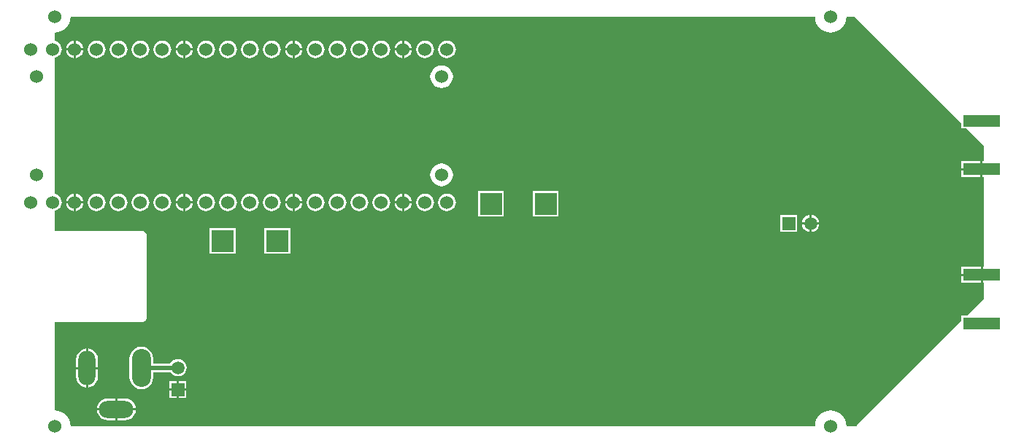
<source format=gbl>
%FSLAX25Y25*%
%MOIN*%
G70*
G01*
G75*
G04 Layer_Physical_Order=2*
G04 Layer_Color=16711680*
%ADD10R,0.16535X0.05315*%
%ADD11R,0.14173X0.05000*%
G04:AMPARAMS|DCode=12|XSize=14.96mil|YSize=55.12mil|CornerRadius=3.74mil|HoleSize=0mil|Usage=FLASHONLY|Rotation=270.000|XOffset=0mil|YOffset=0mil|HoleType=Round|Shape=RoundedRectangle|*
%AMROUNDEDRECTD12*
21,1,0.01496,0.04764,0,0,270.0*
21,1,0.00748,0.05512,0,0,270.0*
1,1,0.00748,-0.02382,-0.00374*
1,1,0.00748,-0.02382,0.00374*
1,1,0.00748,0.02382,0.00374*
1,1,0.00748,0.02382,-0.00374*
%
%ADD12ROUNDEDRECTD12*%
%ADD13R,0.04331X0.06693*%
%ADD14R,0.39370X0.27559*%
%ADD15R,0.03543X0.02756*%
%ADD16R,0.11811X0.04567*%
%ADD17R,0.11811X0.07874*%
%ADD18R,0.20000X0.15000*%
%ADD19C,0.01000*%
%ADD20C,0.01969*%
%ADD21C,0.05906*%
%ADD22R,0.05906X0.05906*%
%ADD23R,0.09843X0.09843*%
%ADD24R,0.05906X0.05906*%
%ADD25C,0.06000*%
%ADD26O,0.07874X0.15748*%
%ADD27O,0.15748X0.07874*%
%ADD28O,0.08661X0.17323*%
G36*
X428799Y153201D02*
Y150847D01*
X431153D01*
X439000Y143000D01*
Y135917D01*
X438567D01*
Y132260D01*
Y128602D01*
X439000D01*
Y87614D01*
X438689D01*
Y83957D01*
Y80299D01*
X439000D01*
Y73000D01*
X431370Y65370D01*
X428921D01*
Y62921D01*
X381000Y15000D01*
X380839Y14839D01*
X376306D01*
X376169Y16231D01*
X375763Y17570D01*
X375103Y18803D01*
X374216Y19885D01*
X373134Y20773D01*
X371900Y21432D01*
X370562Y21838D01*
X369169Y21975D01*
X367777Y21838D01*
X366438Y21432D01*
X365204Y20773D01*
X364123Y19885D01*
X363235Y18803D01*
X362576Y17570D01*
X362170Y16231D01*
X362033Y14839D01*
X21975D01*
X21838Y16231D01*
X21432Y17570D01*
X20773Y18803D01*
X19885Y19885D01*
X18803Y20773D01*
X17570Y21432D01*
X16231Y21838D01*
X14839Y21975D01*
Y62509D01*
X55137D01*
X55722Y62626D01*
X56218Y62957D01*
X56550Y63453D01*
X56666Y64039D01*
Y102424D01*
X56550Y103010D01*
X56218Y103506D01*
X55722Y103837D01*
X55137Y103954D01*
X14839D01*
Y113210D01*
X14981Y113229D01*
X15954Y113632D01*
X16790Y114273D01*
X17431Y115109D01*
X17834Y116082D01*
X17971Y117126D01*
X17834Y118170D01*
X17431Y119143D01*
X16790Y119979D01*
X15954Y120620D01*
X14981Y121023D01*
X14839Y121042D01*
Y183210D01*
X14981Y183229D01*
X15954Y183632D01*
X16790Y184273D01*
X17431Y185109D01*
X17834Y186082D01*
X17971Y187126D01*
X17834Y188170D01*
X17431Y189143D01*
X16790Y189979D01*
X15954Y190620D01*
X14981Y191023D01*
X14839Y191042D01*
Y194710D01*
X16231Y194847D01*
X17570Y195253D01*
X18803Y195913D01*
X19885Y196800D01*
X20773Y197881D01*
X21432Y199115D01*
X21838Y200454D01*
X21975Y201847D01*
X362033D01*
X362170Y200454D01*
X362576Y199115D01*
X363235Y197881D01*
X364123Y196800D01*
X365204Y195913D01*
X366438Y195253D01*
X367777Y194847D01*
X369169Y194710D01*
X370562Y194847D01*
X371900Y195253D01*
X373134Y195913D01*
X374216Y196800D01*
X375103Y197881D01*
X375763Y199115D01*
X376169Y200454D01*
X376306Y201847D01*
X380153D01*
X428799Y153201D01*
D02*
G37*
%LPC*%
G36*
X93937Y121160D02*
X92893Y121023D01*
X91920Y120620D01*
X91084Y119979D01*
X90443Y119143D01*
X90040Y118170D01*
X89903Y117126D01*
X90040Y116082D01*
X90443Y115109D01*
X91084Y114273D01*
X91920Y113632D01*
X92893Y113229D01*
X93937Y113092D01*
X94981Y113229D01*
X95954Y113632D01*
X96790Y114273D01*
X97431Y115109D01*
X97834Y116082D01*
X97971Y117126D01*
X97834Y118170D01*
X97431Y119143D01*
X96790Y119979D01*
X95954Y120620D01*
X94981Y121023D01*
X93937Y121160D01*
D02*
G37*
G36*
X83937D02*
X82893Y121023D01*
X81920Y120620D01*
X81084Y119979D01*
X80443Y119143D01*
X80040Y118170D01*
X79902Y117126D01*
X80040Y116082D01*
X80443Y115109D01*
X81084Y114273D01*
X81920Y113632D01*
X82893Y113229D01*
X83937Y113092D01*
X84981Y113229D01*
X85954Y113632D01*
X86790Y114273D01*
X87431Y115109D01*
X87834Y116082D01*
X87972Y117126D01*
X87834Y118170D01*
X87431Y119143D01*
X86790Y119979D01*
X85954Y120620D01*
X84981Y121023D01*
X83937Y121160D01*
D02*
G37*
G36*
X103937D02*
X102893Y121023D01*
X101920Y120620D01*
X101084Y119979D01*
X100443Y119143D01*
X100040Y118170D01*
X99902Y117126D01*
X100040Y116082D01*
X100443Y115109D01*
X101084Y114273D01*
X101920Y113632D01*
X102893Y113229D01*
X103937Y113092D01*
X104981Y113229D01*
X105954Y113632D01*
X106790Y114273D01*
X107431Y115109D01*
X107834Y116082D01*
X107972Y117126D01*
X107834Y118170D01*
X107431Y119143D01*
X106790Y119979D01*
X105954Y120620D01*
X104981Y121023D01*
X103937Y121160D01*
D02*
G37*
G36*
X133937D02*
X132893Y121023D01*
X131920Y120620D01*
X131084Y119979D01*
X130443Y119143D01*
X130040Y118170D01*
X129903Y117126D01*
X130040Y116082D01*
X130443Y115109D01*
X131084Y114273D01*
X131920Y113632D01*
X132893Y113229D01*
X133937Y113092D01*
X134981Y113229D01*
X135954Y113632D01*
X136790Y114273D01*
X137431Y115109D01*
X137834Y116082D01*
X137971Y117126D01*
X137834Y118170D01*
X137431Y119143D01*
X136790Y119979D01*
X135954Y120620D01*
X134981Y121023D01*
X133937Y121160D01*
D02*
G37*
G36*
X113937D02*
X112893Y121023D01*
X111920Y120620D01*
X111084Y119979D01*
X110443Y119143D01*
X110040Y118170D01*
X109903Y117126D01*
X110040Y116082D01*
X110443Y115109D01*
X111084Y114273D01*
X111920Y113632D01*
X112893Y113229D01*
X113937Y113092D01*
X114981Y113229D01*
X115954Y113632D01*
X116790Y114273D01*
X117431Y115109D01*
X117834Y116082D01*
X117972Y117126D01*
X117834Y118170D01*
X117431Y119143D01*
X116790Y119979D01*
X115954Y120620D01*
X114981Y121023D01*
X113937Y121160D01*
D02*
G37*
G36*
X63937D02*
X62893Y121023D01*
X61920Y120620D01*
X61084Y119979D01*
X60443Y119143D01*
X60040Y118170D01*
X59903Y117126D01*
X60040Y116082D01*
X60443Y115109D01*
X61084Y114273D01*
X61920Y113632D01*
X62893Y113229D01*
X63937Y113092D01*
X64981Y113229D01*
X65954Y113632D01*
X66790Y114273D01*
X67431Y115109D01*
X67834Y116082D01*
X67971Y117126D01*
X67834Y118170D01*
X67431Y119143D01*
X66790Y119979D01*
X65954Y120620D01*
X64981Y121023D01*
X63937Y121160D01*
D02*
G37*
G36*
X244921Y122421D02*
X233079D01*
Y110579D01*
X244921D01*
Y122421D01*
D02*
G37*
G36*
X219921D02*
X208079D01*
Y110579D01*
X219921D01*
Y122421D01*
D02*
G37*
G36*
X33937Y121160D02*
X32893Y121023D01*
X31920Y120620D01*
X31084Y119979D01*
X30443Y119143D01*
X30040Y118170D01*
X29902Y117126D01*
X30040Y116082D01*
X30443Y115109D01*
X31084Y114273D01*
X31920Y113632D01*
X32893Y113229D01*
X33937Y113092D01*
X34981Y113229D01*
X35954Y113632D01*
X36790Y114273D01*
X37431Y115109D01*
X37834Y116082D01*
X37971Y117126D01*
X37834Y118170D01*
X37431Y119143D01*
X36790Y119979D01*
X35954Y120620D01*
X34981Y121023D01*
X33937Y121160D01*
D02*
G37*
G36*
X53937D02*
X52893Y121023D01*
X51920Y120620D01*
X51084Y119979D01*
X50443Y119143D01*
X50040Y118170D01*
X49902Y117126D01*
X50040Y116082D01*
X50443Y115109D01*
X51084Y114273D01*
X51920Y113632D01*
X52893Y113229D01*
X53937Y113092D01*
X54981Y113229D01*
X55954Y113632D01*
X56790Y114273D01*
X57431Y115109D01*
X57834Y116082D01*
X57972Y117126D01*
X57834Y118170D01*
X57431Y119143D01*
X56790Y119979D01*
X55954Y120620D01*
X54981Y121023D01*
X53937Y121160D01*
D02*
G37*
G36*
X43937D02*
X42893Y121023D01*
X41920Y120620D01*
X41084Y119979D01*
X40443Y119143D01*
X40040Y118170D01*
X39902Y117126D01*
X40040Y116082D01*
X40443Y115109D01*
X41084Y114273D01*
X41920Y113632D01*
X42893Y113229D01*
X43937Y113092D01*
X44981Y113229D01*
X45954Y113632D01*
X46790Y114273D01*
X47431Y115109D01*
X47834Y116082D01*
X47971Y117126D01*
X47834Y118170D01*
X47431Y119143D01*
X46790Y119979D01*
X45954Y120620D01*
X44981Y121023D01*
X43937Y121160D01*
D02*
G37*
G36*
X73437Y116626D02*
X69968D01*
X70040Y116082D01*
X70443Y115109D01*
X71084Y114273D01*
X71920Y113632D01*
X72893Y113229D01*
X73437Y113157D01*
Y116626D01*
D02*
G37*
G36*
X27906D02*
X24437D01*
Y113157D01*
X24981Y113229D01*
X25954Y113632D01*
X26790Y114273D01*
X27431Y115109D01*
X27834Y116082D01*
X27906Y116626D01*
D02*
G37*
G36*
X77906D02*
X74437D01*
Y113157D01*
X74981Y113229D01*
X75954Y113632D01*
X76790Y114273D01*
X77431Y115109D01*
X77834Y116082D01*
X77906Y116626D01*
D02*
G37*
G36*
X127906D02*
X124437D01*
Y113157D01*
X124981Y113229D01*
X125954Y113632D01*
X126790Y114273D01*
X127431Y115109D01*
X127834Y116082D01*
X127906Y116626D01*
D02*
G37*
G36*
X123437D02*
X119968D01*
X120040Y116082D01*
X120443Y115109D01*
X121084Y114273D01*
X121920Y113632D01*
X122893Y113229D01*
X123437Y113157D01*
Y116626D01*
D02*
G37*
G36*
X23437D02*
X19968D01*
X20040Y116082D01*
X20443Y115109D01*
X21084Y114273D01*
X21920Y113632D01*
X22893Y113229D01*
X23437Y113157D01*
Y116626D01*
D02*
G37*
G36*
X153937Y121160D02*
X152893Y121023D01*
X151920Y120620D01*
X151084Y119979D01*
X150443Y119143D01*
X150040Y118170D01*
X149902Y117126D01*
X150040Y116082D01*
X150443Y115109D01*
X151084Y114273D01*
X151920Y113632D01*
X152893Y113229D01*
X153937Y113092D01*
X154981Y113229D01*
X155954Y113632D01*
X156790Y114273D01*
X157431Y115109D01*
X157834Y116082D01*
X157972Y117126D01*
X157834Y118170D01*
X157431Y119143D01*
X156790Y119979D01*
X155954Y120620D01*
X154981Y121023D01*
X153937Y121160D01*
D02*
G37*
G36*
X143937D02*
X142893Y121023D01*
X141920Y120620D01*
X141084Y119979D01*
X140443Y119143D01*
X140040Y118170D01*
X139902Y117126D01*
X140040Y116082D01*
X140443Y115109D01*
X141084Y114273D01*
X141920Y113632D01*
X142893Y113229D01*
X143937Y113092D01*
X144981Y113229D01*
X145954Y113632D01*
X146790Y114273D01*
X147431Y115109D01*
X147834Y116082D01*
X147971Y117126D01*
X147834Y118170D01*
X147431Y119143D01*
X146790Y119979D01*
X145954Y120620D01*
X144981Y121023D01*
X143937Y121160D01*
D02*
G37*
G36*
X163937D02*
X162893Y121023D01*
X161920Y120620D01*
X161084Y119979D01*
X160443Y119143D01*
X160040Y118170D01*
X159903Y117126D01*
X160040Y116082D01*
X160443Y115109D01*
X161084Y114273D01*
X161920Y113632D01*
X162893Y113229D01*
X163937Y113092D01*
X164981Y113229D01*
X165954Y113632D01*
X166790Y114273D01*
X167431Y115109D01*
X167834Y116082D01*
X167972Y117126D01*
X167834Y118170D01*
X167431Y119143D01*
X166790Y119979D01*
X165954Y120620D01*
X164981Y121023D01*
X163937Y121160D01*
D02*
G37*
G36*
X193937D02*
X192893Y121023D01*
X191920Y120620D01*
X191084Y119979D01*
X190443Y119143D01*
X190040Y118170D01*
X189902Y117126D01*
X190040Y116082D01*
X190443Y115109D01*
X191084Y114273D01*
X191920Y113632D01*
X192893Y113229D01*
X193937Y113092D01*
X194981Y113229D01*
X195954Y113632D01*
X196790Y114273D01*
X197431Y115109D01*
X197834Y116082D01*
X197971Y117126D01*
X197834Y118170D01*
X197431Y119143D01*
X196790Y119979D01*
X195954Y120620D01*
X194981Y121023D01*
X193937Y121160D01*
D02*
G37*
G36*
X183937D02*
X182893Y121023D01*
X181920Y120620D01*
X181084Y119979D01*
X180443Y119143D01*
X180040Y118170D01*
X179903Y117126D01*
X180040Y116082D01*
X180443Y115109D01*
X181084Y114273D01*
X181920Y113632D01*
X182893Y113229D01*
X183937Y113092D01*
X184981Y113229D01*
X185954Y113632D01*
X186790Y114273D01*
X187431Y115109D01*
X187834Y116082D01*
X187971Y117126D01*
X187834Y118170D01*
X187431Y119143D01*
X186790Y119979D01*
X185954Y120620D01*
X184981Y121023D01*
X183937Y121160D01*
D02*
G37*
G36*
X74953Y35453D02*
X71500D01*
Y32000D01*
X74953D01*
Y35453D01*
D02*
G37*
G36*
X70500D02*
X67047D01*
Y32000D01*
X70500D01*
Y35453D01*
D02*
G37*
G36*
X29028Y40839D02*
X24548D01*
Y37402D01*
X24718Y36113D01*
X25215Y34912D01*
X26006Y33880D01*
X27038Y33089D01*
X28239Y32592D01*
X29028Y32488D01*
Y40839D01*
D02*
G37*
G36*
X54331Y51046D02*
X52939Y50863D01*
X51642Y50326D01*
X50529Y49471D01*
X49674Y48358D01*
X49137Y47061D01*
X48954Y45669D01*
Y37008D01*
X49137Y35616D01*
X49674Y34319D01*
X50529Y33206D01*
X51642Y32351D01*
X52939Y31814D01*
X54331Y31631D01*
X55722Y31814D01*
X57019Y32351D01*
X58133Y33206D01*
X58987Y34319D01*
X59524Y35616D01*
X59707Y37008D01*
Y39316D01*
X67694D01*
X68181Y38681D01*
X69007Y38047D01*
X69968Y37649D01*
X71000Y37513D01*
X72032Y37649D01*
X72993Y38047D01*
X73819Y38681D01*
X74453Y39507D01*
X74851Y40468D01*
X74987Y41500D01*
X74851Y42532D01*
X74453Y43493D01*
X73819Y44319D01*
X72993Y44953D01*
X72032Y45351D01*
X71000Y45487D01*
X69968Y45351D01*
X69007Y44953D01*
X68181Y44319D01*
X67547Y43493D01*
X67493Y43362D01*
X59707D01*
Y45669D01*
X59524Y47061D01*
X58987Y48358D01*
X58133Y49471D01*
X57019Y50326D01*
X55722Y50863D01*
X54331Y51046D01*
D02*
G37*
G36*
X34507Y40839D02*
X30028D01*
Y32488D01*
X30816Y32592D01*
X32017Y33089D01*
X33049Y33880D01*
X33840Y34912D01*
X34337Y36113D01*
X34507Y37402D01*
Y40839D01*
D02*
G37*
G36*
X74953Y31000D02*
X71500D01*
Y27547D01*
X74953D01*
Y31000D01*
D02*
G37*
G36*
X51764Y21941D02*
X43413D01*
Y17461D01*
X46850D01*
X48139Y17631D01*
X49340Y18128D01*
X50371Y18920D01*
X51163Y19951D01*
X51660Y21152D01*
X51764Y21941D01*
D02*
G37*
G36*
X42413D02*
X34063D01*
X34166Y21152D01*
X34664Y19951D01*
X35455Y18920D01*
X36487Y18128D01*
X37688Y17631D01*
X38976Y17461D01*
X42413D01*
Y21941D01*
D02*
G37*
G36*
Y27421D02*
X38976D01*
X37688Y27251D01*
X36487Y26753D01*
X35455Y25962D01*
X34664Y24931D01*
X34166Y23730D01*
X34063Y22941D01*
X42413D01*
Y27421D01*
D02*
G37*
G36*
X70500Y31000D02*
X67047D01*
Y27547D01*
X70500D01*
Y31000D01*
D02*
G37*
G36*
X46850Y27421D02*
X43413D01*
Y22941D01*
X51764D01*
X51660Y23730D01*
X51163Y24931D01*
X50371Y25962D01*
X49340Y26753D01*
X48139Y27251D01*
X46850Y27421D01*
D02*
G37*
G36*
X359500Y107000D02*
X356079D01*
X356149Y106468D01*
X356547Y105507D01*
X357181Y104681D01*
X358007Y104047D01*
X358968Y103649D01*
X359500Y103579D01*
Y107000D01*
D02*
G37*
G36*
X353953Y111453D02*
X346047D01*
Y103547D01*
X353953D01*
Y111453D01*
D02*
G37*
G36*
X363921Y107000D02*
X360500D01*
Y103579D01*
X361032Y103649D01*
X361993Y104047D01*
X362819Y104681D01*
X363453Y105507D01*
X363851Y106468D01*
X363921Y107000D01*
D02*
G37*
G36*
X360500Y111421D02*
Y108000D01*
X363921D01*
X363851Y108532D01*
X363453Y109493D01*
X362819Y110319D01*
X361993Y110953D01*
X361032Y111351D01*
X360500Y111421D01*
D02*
G37*
G36*
X359500D02*
X358968Y111351D01*
X358007Y110953D01*
X357181Y110319D01*
X356547Y109493D01*
X356149Y108532D01*
X356079Y108000D01*
X359500D01*
Y111421D01*
D02*
G37*
G36*
X122421Y105421D02*
X110579D01*
Y93579D01*
X122421D01*
Y105421D01*
D02*
G37*
G36*
X30028Y50189D02*
Y41839D01*
X34507D01*
Y45276D01*
X34337Y46564D01*
X33840Y47765D01*
X33049Y48797D01*
X32017Y49588D01*
X30816Y50086D01*
X30028Y50189D01*
D02*
G37*
G36*
X29028D02*
X28239Y50086D01*
X27038Y49588D01*
X26006Y48797D01*
X25215Y47765D01*
X24718Y46564D01*
X24548Y45276D01*
Y41839D01*
X29028D01*
Y50189D01*
D02*
G37*
G36*
X437689Y83457D02*
X428921D01*
Y80299D01*
X437689D01*
Y83457D01*
D02*
G37*
G36*
X97421Y105421D02*
X85579D01*
Y93579D01*
X97421D01*
Y105421D01*
D02*
G37*
G36*
X437689Y87614D02*
X428921D01*
Y84457D01*
X437689D01*
Y87614D01*
D02*
G37*
G36*
X27906Y186626D02*
X24437D01*
Y183157D01*
X24981Y183229D01*
X25954Y183632D01*
X26790Y184273D01*
X27431Y185109D01*
X27834Y186082D01*
X27906Y186626D01*
D02*
G37*
G36*
X23437D02*
X19968D01*
X20040Y186082D01*
X20443Y185109D01*
X21084Y184273D01*
X21920Y183632D01*
X22893Y183229D01*
X23437Y183157D01*
Y186626D01*
D02*
G37*
G36*
X73437D02*
X69968D01*
X70040Y186082D01*
X70443Y185109D01*
X71084Y184273D01*
X71920Y183632D01*
X72893Y183229D01*
X73437Y183157D01*
Y186626D01*
D02*
G37*
G36*
X123437D02*
X119968D01*
X120040Y186082D01*
X120443Y185109D01*
X121084Y184273D01*
X121920Y183632D01*
X122893Y183229D01*
X123437Y183157D01*
Y186626D01*
D02*
G37*
G36*
X77906D02*
X74437D01*
Y183157D01*
X74981Y183229D01*
X75954Y183632D01*
X76790Y184273D01*
X77431Y185109D01*
X77834Y186082D01*
X77906Y186626D01*
D02*
G37*
G36*
X193937Y191161D02*
X192893Y191023D01*
X191920Y190620D01*
X191084Y189979D01*
X190443Y189143D01*
X190040Y188170D01*
X189902Y187126D01*
X190040Y186082D01*
X190443Y185109D01*
X191084Y184273D01*
X191920Y183632D01*
X192893Y183229D01*
X193937Y183091D01*
X194981Y183229D01*
X195954Y183632D01*
X196790Y184273D01*
X197431Y185109D01*
X197834Y186082D01*
X197971Y187126D01*
X197834Y188170D01*
X197431Y189143D01*
X196790Y189979D01*
X195954Y190620D01*
X194981Y191023D01*
X193937Y191161D01*
D02*
G37*
G36*
X143937D02*
X142893Y191023D01*
X141920Y190620D01*
X141084Y189979D01*
X140443Y189143D01*
X140040Y188170D01*
X139902Y187126D01*
X140040Y186082D01*
X140443Y185109D01*
X141084Y184273D01*
X141920Y183632D01*
X142893Y183229D01*
X143937Y183091D01*
X144981Y183229D01*
X145954Y183632D01*
X146790Y184273D01*
X147431Y185109D01*
X147834Y186082D01*
X147971Y187126D01*
X147834Y188170D01*
X147431Y189143D01*
X146790Y189979D01*
X145954Y190620D01*
X144981Y191023D01*
X143937Y191161D01*
D02*
G37*
G36*
X133937D02*
X132893Y191023D01*
X131920Y190620D01*
X131084Y189979D01*
X130443Y189143D01*
X130040Y188170D01*
X129903Y187126D01*
X130040Y186082D01*
X130443Y185109D01*
X131084Y184273D01*
X131920Y183632D01*
X132893Y183229D01*
X133937Y183091D01*
X134981Y183229D01*
X135954Y183632D01*
X136790Y184273D01*
X137431Y185109D01*
X137834Y186082D01*
X137971Y187126D01*
X137834Y188170D01*
X137431Y189143D01*
X136790Y189979D01*
X135954Y190620D01*
X134981Y191023D01*
X133937Y191161D01*
D02*
G37*
G36*
X153937D02*
X152893Y191023D01*
X151920Y190620D01*
X151084Y189979D01*
X150443Y189143D01*
X150040Y188170D01*
X149902Y187126D01*
X150040Y186082D01*
X150443Y185109D01*
X151084Y184273D01*
X151920Y183632D01*
X152893Y183229D01*
X153937Y183091D01*
X154981Y183229D01*
X155954Y183632D01*
X156790Y184273D01*
X157431Y185109D01*
X157834Y186082D01*
X157972Y187126D01*
X157834Y188170D01*
X157431Y189143D01*
X156790Y189979D01*
X155954Y190620D01*
X154981Y191023D01*
X153937Y191161D01*
D02*
G37*
G36*
X183937D02*
X182893Y191023D01*
X181920Y190620D01*
X181084Y189979D01*
X180443Y189143D01*
X180040Y188170D01*
X179903Y187126D01*
X180040Y186082D01*
X180443Y185109D01*
X181084Y184273D01*
X181920Y183632D01*
X182893Y183229D01*
X183937Y183091D01*
X184981Y183229D01*
X185954Y183632D01*
X186790Y184273D01*
X187431Y185109D01*
X187834Y186082D01*
X187971Y187126D01*
X187834Y188170D01*
X187431Y189143D01*
X186790Y189979D01*
X185954Y190620D01*
X184981Y191023D01*
X183937Y191161D01*
D02*
G37*
G36*
X163937D02*
X162893Y191023D01*
X161920Y190620D01*
X161084Y189979D01*
X160443Y189143D01*
X160040Y188170D01*
X159903Y187126D01*
X160040Y186082D01*
X160443Y185109D01*
X161084Y184273D01*
X161920Y183632D01*
X162893Y183229D01*
X163937Y183091D01*
X164981Y183229D01*
X165954Y183632D01*
X166790Y184273D01*
X167431Y185109D01*
X167834Y186082D01*
X167972Y187126D01*
X167834Y188170D01*
X167431Y189143D01*
X166790Y189979D01*
X165954Y190620D01*
X164981Y191023D01*
X163937Y191161D01*
D02*
G37*
G36*
X123437Y191095D02*
X122893Y191023D01*
X121920Y190620D01*
X121084Y189979D01*
X120443Y189143D01*
X120040Y188170D01*
X119968Y187626D01*
X123437D01*
Y191095D01*
D02*
G37*
G36*
X74437D02*
Y187626D01*
X77906D01*
X77834Y188170D01*
X77431Y189143D01*
X76790Y189979D01*
X75954Y190620D01*
X74981Y191023D01*
X74437Y191095D01*
D02*
G37*
G36*
X124437D02*
Y187626D01*
X127906D01*
X127834Y188170D01*
X127431Y189143D01*
X126790Y189979D01*
X125954Y190620D01*
X124981Y191023D01*
X124437Y191095D01*
D02*
G37*
G36*
X174437D02*
Y187626D01*
X177906D01*
X177834Y188170D01*
X177431Y189143D01*
X176790Y189979D01*
X175954Y190620D01*
X174981Y191023D01*
X174437Y191095D01*
D02*
G37*
G36*
X173437D02*
X172893Y191023D01*
X171920Y190620D01*
X171084Y189979D01*
X170443Y189143D01*
X170040Y188170D01*
X169968Y187626D01*
X173437D01*
Y191095D01*
D02*
G37*
G36*
X73437D02*
X72893Y191023D01*
X71920Y190620D01*
X71084Y189979D01*
X70443Y189143D01*
X70040Y188170D01*
X69968Y187626D01*
X73437D01*
Y191095D01*
D02*
G37*
G36*
X173437Y186626D02*
X169968D01*
X170040Y186082D01*
X170443Y185109D01*
X171084Y184273D01*
X171920Y183632D01*
X172893Y183229D01*
X173437Y183157D01*
Y186626D01*
D02*
G37*
G36*
X127906D02*
X124437D01*
Y183157D01*
X124981Y183229D01*
X125954Y183632D01*
X126790Y184273D01*
X127431Y185109D01*
X127834Y186082D01*
X127906Y186626D01*
D02*
G37*
G36*
X177906D02*
X174437D01*
Y183157D01*
X174981Y183229D01*
X175954Y183632D01*
X176790Y184273D01*
X177431Y185109D01*
X177834Y186082D01*
X177906Y186626D01*
D02*
G37*
G36*
X24437Y191095D02*
Y187626D01*
X27906D01*
X27834Y188170D01*
X27431Y189143D01*
X26790Y189979D01*
X25954Y190620D01*
X24981Y191023D01*
X24437Y191095D01*
D02*
G37*
G36*
X23437D02*
X22893Y191023D01*
X21920Y190620D01*
X21084Y189979D01*
X20443Y189143D01*
X20040Y188170D01*
X19968Y187626D01*
X23437D01*
Y191095D01*
D02*
G37*
G36*
X124437Y121095D02*
Y117626D01*
X127906D01*
X127834Y118170D01*
X127431Y119143D01*
X126790Y119979D01*
X125954Y120620D01*
X124981Y121023D01*
X124437Y121095D01*
D02*
G37*
G36*
X123437D02*
X122893Y121023D01*
X121920Y120620D01*
X121084Y119979D01*
X120443Y119143D01*
X120040Y118170D01*
X119968Y117626D01*
X123437D01*
Y121095D01*
D02*
G37*
G36*
X173437D02*
X172893Y121023D01*
X171920Y120620D01*
X171084Y119979D01*
X170443Y119143D01*
X170040Y118170D01*
X169968Y117626D01*
X173437D01*
Y121095D01*
D02*
G37*
G36*
X191457Y134863D02*
X190117Y134687D01*
X188868Y134169D01*
X187795Y133347D01*
X186972Y132274D01*
X186455Y131025D01*
X186278Y129685D01*
X186455Y128345D01*
X186972Y127096D01*
X187795Y126023D01*
X188868Y125201D01*
X190117Y124683D01*
X191457Y124507D01*
X192797Y124683D01*
X194046Y125201D01*
X195118Y126023D01*
X195941Y127096D01*
X196458Y128345D01*
X196635Y129685D01*
X196458Y131025D01*
X195941Y132274D01*
X195118Y133347D01*
X194046Y134169D01*
X192797Y134687D01*
X191457Y134863D01*
D02*
G37*
G36*
X174437Y121095D02*
Y117626D01*
X177906D01*
X177834Y118170D01*
X177431Y119143D01*
X176790Y119979D01*
X175954Y120620D01*
X174981Y121023D01*
X174437Y121095D01*
D02*
G37*
G36*
X74437D02*
Y117626D01*
X77906D01*
X77834Y118170D01*
X77431Y119143D01*
X76790Y119979D01*
X75954Y120620D01*
X74981Y121023D01*
X74437Y121095D01*
D02*
G37*
G36*
X177906Y116626D02*
X174437D01*
Y113157D01*
X174981Y113229D01*
X175954Y113632D01*
X176790Y114273D01*
X177431Y115109D01*
X177834Y116082D01*
X177906Y116626D01*
D02*
G37*
G36*
X173437D02*
X169968D01*
X170040Y116082D01*
X170443Y115109D01*
X171084Y114273D01*
X171920Y113632D01*
X172893Y113229D01*
X173437Y113157D01*
Y116626D01*
D02*
G37*
G36*
X23437Y121095D02*
X22893Y121023D01*
X21920Y120620D01*
X21084Y119979D01*
X20443Y119143D01*
X20040Y118170D01*
X19968Y117626D01*
X23437D01*
Y121095D01*
D02*
G37*
G36*
X73437D02*
X72893Y121023D01*
X71920Y120620D01*
X71084Y119979D01*
X70443Y119143D01*
X70040Y118170D01*
X69968Y117626D01*
X73437D01*
Y121095D01*
D02*
G37*
G36*
X24437D02*
Y117626D01*
X27906D01*
X27834Y118170D01*
X27431Y119143D01*
X26790Y119979D01*
X25954Y120620D01*
X24981Y121023D01*
X24437Y121095D01*
D02*
G37*
G36*
X83937Y191161D02*
X82893Y191023D01*
X81920Y190620D01*
X81084Y189979D01*
X80443Y189143D01*
X80040Y188170D01*
X79902Y187126D01*
X80040Y186082D01*
X80443Y185109D01*
X81084Y184273D01*
X81920Y183632D01*
X82893Y183229D01*
X83937Y183091D01*
X84981Y183229D01*
X85954Y183632D01*
X86790Y184273D01*
X87431Y185109D01*
X87834Y186082D01*
X87972Y187126D01*
X87834Y188170D01*
X87431Y189143D01*
X86790Y189979D01*
X85954Y190620D01*
X84981Y191023D01*
X83937Y191161D01*
D02*
G37*
G36*
X63937D02*
X62893Y191023D01*
X61920Y190620D01*
X61084Y189979D01*
X60443Y189143D01*
X60040Y188170D01*
X59903Y187126D01*
X60040Y186082D01*
X60443Y185109D01*
X61084Y184273D01*
X61920Y183632D01*
X62893Y183229D01*
X63937Y183091D01*
X64981Y183229D01*
X65954Y183632D01*
X66790Y184273D01*
X67431Y185109D01*
X67834Y186082D01*
X67971Y187126D01*
X67834Y188170D01*
X67431Y189143D01*
X66790Y189979D01*
X65954Y190620D01*
X64981Y191023D01*
X63937Y191161D01*
D02*
G37*
G36*
X93937D02*
X92893Y191023D01*
X91920Y190620D01*
X91084Y189979D01*
X90443Y189143D01*
X90040Y188170D01*
X89903Y187126D01*
X90040Y186082D01*
X90443Y185109D01*
X91084Y184273D01*
X91920Y183632D01*
X92893Y183229D01*
X93937Y183091D01*
X94981Y183229D01*
X95954Y183632D01*
X96790Y184273D01*
X97431Y185109D01*
X97834Y186082D01*
X97971Y187126D01*
X97834Y188170D01*
X97431Y189143D01*
X96790Y189979D01*
X95954Y190620D01*
X94981Y191023D01*
X93937Y191161D01*
D02*
G37*
G36*
X113937D02*
X112893Y191023D01*
X111920Y190620D01*
X111084Y189979D01*
X110443Y189143D01*
X110040Y188170D01*
X109903Y187126D01*
X110040Y186082D01*
X110443Y185109D01*
X111084Y184273D01*
X111920Y183632D01*
X112893Y183229D01*
X113937Y183091D01*
X114981Y183229D01*
X115954Y183632D01*
X116790Y184273D01*
X117431Y185109D01*
X117834Y186082D01*
X117972Y187126D01*
X117834Y188170D01*
X117431Y189143D01*
X116790Y189979D01*
X115954Y190620D01*
X114981Y191023D01*
X113937Y191161D01*
D02*
G37*
G36*
X103937D02*
X102893Y191023D01*
X101920Y190620D01*
X101084Y189979D01*
X100443Y189143D01*
X100040Y188170D01*
X99902Y187126D01*
X100040Y186082D01*
X100443Y185109D01*
X101084Y184273D01*
X101920Y183632D01*
X102893Y183229D01*
X103937Y183091D01*
X104981Y183229D01*
X105954Y183632D01*
X106790Y184273D01*
X107431Y185109D01*
X107834Y186082D01*
X107972Y187126D01*
X107834Y188170D01*
X107431Y189143D01*
X106790Y189979D01*
X105954Y190620D01*
X104981Y191023D01*
X103937Y191161D01*
D02*
G37*
G36*
X53937D02*
X52893Y191023D01*
X51920Y190620D01*
X51084Y189979D01*
X50443Y189143D01*
X50040Y188170D01*
X49902Y187126D01*
X50040Y186082D01*
X50443Y185109D01*
X51084Y184273D01*
X51920Y183632D01*
X52893Y183229D01*
X53937Y183091D01*
X54981Y183229D01*
X55954Y183632D01*
X56790Y184273D01*
X57431Y185109D01*
X57834Y186082D01*
X57972Y187126D01*
X57834Y188170D01*
X57431Y189143D01*
X56790Y189979D01*
X55954Y190620D01*
X54981Y191023D01*
X53937Y191161D01*
D02*
G37*
G36*
X437567Y135917D02*
X428799D01*
Y132760D01*
X437567D01*
Y135917D01*
D02*
G37*
G36*
Y131760D02*
X428799D01*
Y128602D01*
X437567D01*
Y131760D01*
D02*
G37*
G36*
X191457Y179745D02*
X190117Y179569D01*
X188868Y179051D01*
X187795Y178228D01*
X186972Y177156D01*
X186455Y175907D01*
X186278Y174567D01*
X186455Y173227D01*
X186972Y171978D01*
X187795Y170905D01*
X188868Y170082D01*
X190117Y169565D01*
X191457Y169389D01*
X192797Y169565D01*
X194046Y170082D01*
X195118Y170905D01*
X195941Y171978D01*
X196458Y173227D01*
X196635Y174567D01*
X196458Y175907D01*
X195941Y177156D01*
X195118Y178228D01*
X194046Y179051D01*
X192797Y179569D01*
X191457Y179745D01*
D02*
G37*
G36*
X43937Y191161D02*
X42893Y191023D01*
X41920Y190620D01*
X41084Y189979D01*
X40443Y189143D01*
X40040Y188170D01*
X39902Y187126D01*
X40040Y186082D01*
X40443Y185109D01*
X41084Y184273D01*
X41920Y183632D01*
X42893Y183229D01*
X43937Y183091D01*
X44981Y183229D01*
X45954Y183632D01*
X46790Y184273D01*
X47431Y185109D01*
X47834Y186082D01*
X47971Y187126D01*
X47834Y188170D01*
X47431Y189143D01*
X46790Y189979D01*
X45954Y190620D01*
X44981Y191023D01*
X43937Y191161D01*
D02*
G37*
G36*
X33937D02*
X32893Y191023D01*
X31920Y190620D01*
X31084Y189979D01*
X30443Y189143D01*
X30040Y188170D01*
X29902Y187126D01*
X30040Y186082D01*
X30443Y185109D01*
X31084Y184273D01*
X31920Y183632D01*
X32893Y183229D01*
X33937Y183091D01*
X34981Y183229D01*
X35954Y183632D01*
X36790Y184273D01*
X37431Y185109D01*
X37834Y186082D01*
X37971Y187126D01*
X37834Y188170D01*
X37431Y189143D01*
X36790Y189979D01*
X35954Y190620D01*
X34981Y191023D01*
X33937Y191161D01*
D02*
G37*
%LPD*%
D10*
X438189Y83957D02*
D03*
Y61713D02*
D03*
X438067Y154504D02*
D03*
Y132260D02*
D03*
D20*
X54331Y41339D02*
X70839D01*
D21*
X71000Y41500D02*
D03*
X360000Y107500D02*
D03*
D22*
X71000Y31500D02*
D03*
D23*
X239000Y116500D02*
D03*
X214000D02*
D03*
X91500Y99500D02*
D03*
X116500D02*
D03*
D24*
X350000Y107500D02*
D03*
D25*
X14839Y14839D02*
D03*
Y201847D02*
D03*
X6417Y129685D02*
D03*
Y174567D02*
D03*
X191457D02*
D03*
Y129685D02*
D03*
X3937Y117126D02*
D03*
X13937D02*
D03*
X133937D02*
D03*
X143937D02*
D03*
X153937D02*
D03*
X163937D02*
D03*
X173937D02*
D03*
X183937D02*
D03*
X193937D02*
D03*
Y187126D02*
D03*
X183937D02*
D03*
X173937D02*
D03*
X163937D02*
D03*
X153937D02*
D03*
X143937D02*
D03*
X133937D02*
D03*
X123937D02*
D03*
X113937D02*
D03*
X103937D02*
D03*
X93937D02*
D03*
X83937D02*
D03*
X73937D02*
D03*
X63937D02*
D03*
X53937D02*
D03*
X43937D02*
D03*
X33937D02*
D03*
X23937D02*
D03*
X13937D02*
D03*
X3937D02*
D03*
X23937Y117126D02*
D03*
X33937D02*
D03*
X43937D02*
D03*
X53937D02*
D03*
X63937D02*
D03*
X73937D02*
D03*
X83937D02*
D03*
X93937D02*
D03*
X103937D02*
D03*
X113937D02*
D03*
X123937D02*
D03*
X369169Y14839D02*
D03*
Y201847D02*
D03*
D26*
X29528Y41339D02*
D03*
D27*
X42913Y22441D02*
D03*
D28*
X54331Y41339D02*
D03*
M02*

</source>
